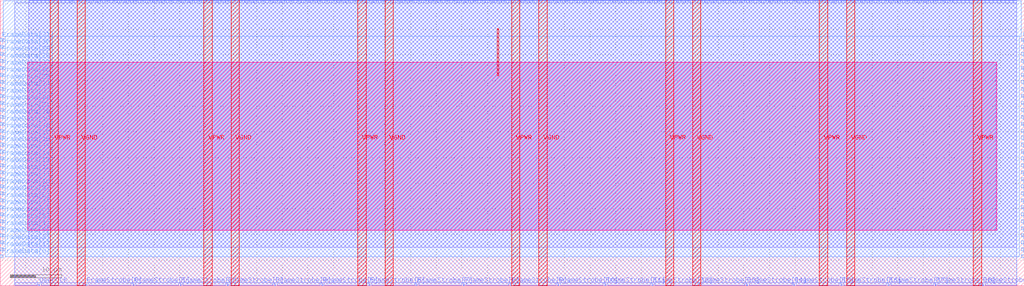
<source format=lef>
VERSION 5.7 ;
  NOWIREEXTENSIONATPIN ON ;
  DIVIDERCHAR "/" ;
  BUSBITCHARS "[]" ;
MACRO S_term_DSP
  CLASS BLOCK ;
  FOREIGN S_term_DSP ;
  ORIGIN 0.000 0.000 ;
  SIZE 199.640 BY 55.760 ;
  PIN FrameData[0]
    DIRECTION INPUT ;
    USE SIGNAL ;
    ANTENNAGATEAREA 0.196500 ;
    PORT
      LAYER met3 ;
        RECT 0.000 5.480 0.600 6.080 ;
    END
  END FrameData[0]
  PIN FrameData[10]
    DIRECTION INPUT ;
    USE SIGNAL ;
    ANTENNAGATEAREA 0.631200 ;
    ANTENNADIFFAREA 0.434700 ;
    PORT
      LAYER met3 ;
        RECT 0.000 19.080 0.600 19.680 ;
    END
  END FrameData[10]
  PIN FrameData[11]
    DIRECTION INPUT ;
    USE SIGNAL ;
    ANTENNAGATEAREA 0.631200 ;
    ANTENNADIFFAREA 0.434700 ;
    PORT
      LAYER met3 ;
        RECT 0.000 20.440 0.600 21.040 ;
    END
  END FrameData[11]
  PIN FrameData[12]
    DIRECTION INPUT ;
    USE SIGNAL ;
    ANTENNAGATEAREA 0.631200 ;
    ANTENNADIFFAREA 0.434700 ;
    PORT
      LAYER met3 ;
        RECT 0.000 21.800 0.600 22.400 ;
    END
  END FrameData[12]
  PIN FrameData[13]
    DIRECTION INPUT ;
    USE SIGNAL ;
    ANTENNAGATEAREA 0.631200 ;
    ANTENNADIFFAREA 0.434700 ;
    PORT
      LAYER met3 ;
        RECT 0.000 23.160 0.600 23.760 ;
    END
  END FrameData[13]
  PIN FrameData[14]
    DIRECTION INPUT ;
    USE SIGNAL ;
    ANTENNAGATEAREA 0.631200 ;
    ANTENNADIFFAREA 0.434700 ;
    PORT
      LAYER met3 ;
        RECT 0.000 24.520 0.600 25.120 ;
    END
  END FrameData[14]
  PIN FrameData[15]
    DIRECTION INPUT ;
    USE SIGNAL ;
    ANTENNAGATEAREA 0.631200 ;
    ANTENNADIFFAREA 0.434700 ;
    PORT
      LAYER met3 ;
        RECT 0.000 25.880 0.600 26.480 ;
    END
  END FrameData[15]
  PIN FrameData[16]
    DIRECTION INPUT ;
    USE SIGNAL ;
    ANTENNAGATEAREA 0.631200 ;
    ANTENNADIFFAREA 0.434700 ;
    PORT
      LAYER met3 ;
        RECT 0.000 27.240 0.600 27.840 ;
    END
  END FrameData[16]
  PIN FrameData[17]
    DIRECTION INPUT ;
    USE SIGNAL ;
    ANTENNAGATEAREA 0.196500 ;
    PORT
      LAYER met3 ;
        RECT 0.000 28.600 0.600 29.200 ;
    END
  END FrameData[17]
  PIN FrameData[18]
    DIRECTION INPUT ;
    USE SIGNAL ;
    ANTENNAGATEAREA 0.631200 ;
    ANTENNADIFFAREA 0.434700 ;
    PORT
      LAYER met3 ;
        RECT 0.000 29.960 0.600 30.560 ;
    END
  END FrameData[18]
  PIN FrameData[19]
    DIRECTION INPUT ;
    USE SIGNAL ;
    ANTENNAGATEAREA 0.631200 ;
    ANTENNADIFFAREA 0.434700 ;
    PORT
      LAYER met3 ;
        RECT 0.000 31.320 0.600 31.920 ;
    END
  END FrameData[19]
  PIN FrameData[1]
    DIRECTION INPUT ;
    USE SIGNAL ;
    ANTENNAGATEAREA 0.631200 ;
    ANTENNADIFFAREA 0.434700 ;
    PORT
      LAYER met3 ;
        RECT 0.000 6.840 0.600 7.440 ;
    END
  END FrameData[1]
  PIN FrameData[20]
    DIRECTION INPUT ;
    USE SIGNAL ;
    ANTENNAGATEAREA 0.196500 ;
    PORT
      LAYER met3 ;
        RECT 0.000 32.680 0.600 33.280 ;
    END
  END FrameData[20]
  PIN FrameData[21]
    DIRECTION INPUT ;
    USE SIGNAL ;
    ANTENNAGATEAREA 0.631200 ;
    ANTENNADIFFAREA 0.434700 ;
    PORT
      LAYER met3 ;
        RECT 0.000 34.040 0.600 34.640 ;
    END
  END FrameData[21]
  PIN FrameData[22]
    DIRECTION INPUT ;
    USE SIGNAL ;
    ANTENNAGATEAREA 0.631200 ;
    ANTENNADIFFAREA 0.434700 ;
    PORT
      LAYER met3 ;
        RECT 0.000 35.400 0.600 36.000 ;
    END
  END FrameData[22]
  PIN FrameData[23]
    DIRECTION INPUT ;
    USE SIGNAL ;
    ANTENNAGATEAREA 0.631200 ;
    ANTENNADIFFAREA 0.434700 ;
    PORT
      LAYER met3 ;
        RECT 0.000 36.760 0.600 37.360 ;
    END
  END FrameData[23]
  PIN FrameData[24]
    DIRECTION INPUT ;
    USE SIGNAL ;
    ANTENNAGATEAREA 0.631200 ;
    ANTENNADIFFAREA 0.434700 ;
    PORT
      LAYER met3 ;
        RECT 0.000 38.120 0.600 38.720 ;
    END
  END FrameData[24]
  PIN FrameData[25]
    DIRECTION INPUT ;
    USE SIGNAL ;
    ANTENNAGATEAREA 0.196500 ;
    PORT
      LAYER met3 ;
        RECT 0.000 39.480 0.600 40.080 ;
    END
  END FrameData[25]
  PIN FrameData[26]
    DIRECTION INPUT ;
    USE SIGNAL ;
    ANTENNAGATEAREA 0.631200 ;
    ANTENNADIFFAREA 0.434700 ;
    PORT
      LAYER met3 ;
        RECT 0.000 40.840 0.600 41.440 ;
    END
  END FrameData[26]
  PIN FrameData[27]
    DIRECTION INPUT ;
    USE SIGNAL ;
    ANTENNAGATEAREA 0.196500 ;
    PORT
      LAYER met3 ;
        RECT 0.000 42.200 0.600 42.800 ;
    END
  END FrameData[27]
  PIN FrameData[28]
    DIRECTION INPUT ;
    USE SIGNAL ;
    ANTENNAGATEAREA 0.631200 ;
    ANTENNADIFFAREA 0.434700 ;
    PORT
      LAYER met3 ;
        RECT 0.000 43.560 0.600 44.160 ;
    END
  END FrameData[28]
  PIN FrameData[29]
    DIRECTION INPUT ;
    USE SIGNAL ;
    ANTENNAGATEAREA 0.196500 ;
    PORT
      LAYER met3 ;
        RECT 0.000 44.920 0.600 45.520 ;
    END
  END FrameData[29]
  PIN FrameData[2]
    DIRECTION INPUT ;
    USE SIGNAL ;
    ANTENNAGATEAREA 0.631200 ;
    ANTENNADIFFAREA 0.434700 ;
    PORT
      LAYER met3 ;
        RECT 0.000 8.200 0.600 8.800 ;
    END
  END FrameData[2]
  PIN FrameData[30]
    DIRECTION INPUT ;
    USE SIGNAL ;
    ANTENNAGATEAREA 0.631200 ;
    ANTENNADIFFAREA 0.434700 ;
    PORT
      LAYER met3 ;
        RECT 0.000 46.280 0.600 46.880 ;
    END
  END FrameData[30]
  PIN FrameData[31]
    DIRECTION INPUT ;
    USE SIGNAL ;
    ANTENNAGATEAREA 0.631200 ;
    ANTENNADIFFAREA 0.434700 ;
    PORT
      LAYER met3 ;
        RECT 0.000 47.640 0.600 48.240 ;
    END
  END FrameData[31]
  PIN FrameData[3]
    DIRECTION INPUT ;
    USE SIGNAL ;
    ANTENNAGATEAREA 0.631200 ;
    ANTENNADIFFAREA 0.434700 ;
    PORT
      LAYER met3 ;
        RECT 0.000 9.560 0.600 10.160 ;
    END
  END FrameData[3]
  PIN FrameData[4]
    DIRECTION INPUT ;
    USE SIGNAL ;
    ANTENNAGATEAREA 0.631200 ;
    ANTENNADIFFAREA 0.434700 ;
    PORT
      LAYER met3 ;
        RECT 0.000 10.920 0.600 11.520 ;
    END
  END FrameData[4]
  PIN FrameData[5]
    DIRECTION INPUT ;
    USE SIGNAL ;
    ANTENNAGATEAREA 0.631200 ;
    ANTENNADIFFAREA 0.434700 ;
    PORT
      LAYER met3 ;
        RECT 0.000 12.280 0.600 12.880 ;
    END
  END FrameData[5]
  PIN FrameData[6]
    DIRECTION INPUT ;
    USE SIGNAL ;
    ANTENNAGATEAREA 0.631200 ;
    ANTENNADIFFAREA 0.434700 ;
    PORT
      LAYER met3 ;
        RECT 0.000 13.640 0.600 14.240 ;
    END
  END FrameData[6]
  PIN FrameData[7]
    DIRECTION INPUT ;
    USE SIGNAL ;
    ANTENNAGATEAREA 0.631200 ;
    ANTENNADIFFAREA 0.434700 ;
    PORT
      LAYER met3 ;
        RECT 0.000 15.000 0.600 15.600 ;
    END
  END FrameData[7]
  PIN FrameData[8]
    DIRECTION INPUT ;
    USE SIGNAL ;
    ANTENNAGATEAREA 0.631200 ;
    ANTENNADIFFAREA 0.434700 ;
    PORT
      LAYER met3 ;
        RECT 0.000 16.360 0.600 16.960 ;
    END
  END FrameData[8]
  PIN FrameData[9]
    DIRECTION INPUT ;
    USE SIGNAL ;
    ANTENNAGATEAREA 0.631200 ;
    ANTENNADIFFAREA 0.434700 ;
    PORT
      LAYER met3 ;
        RECT 0.000 17.720 0.600 18.320 ;
    END
  END FrameData[9]
  PIN FrameData_O[0]
    DIRECTION OUTPUT ;
    USE SIGNAL ;
    ANTENNADIFFAREA 0.445500 ;
    PORT
      LAYER met3 ;
        RECT 199.040 5.480 199.640 6.080 ;
    END
  END FrameData_O[0]
  PIN FrameData_O[10]
    DIRECTION OUTPUT ;
    USE SIGNAL ;
    ANTENNADIFFAREA 0.445500 ;
    PORT
      LAYER met3 ;
        RECT 199.040 19.080 199.640 19.680 ;
    END
  END FrameData_O[10]
  PIN FrameData_O[11]
    DIRECTION OUTPUT ;
    USE SIGNAL ;
    ANTENNADIFFAREA 0.445500 ;
    PORT
      LAYER met3 ;
        RECT 199.040 20.440 199.640 21.040 ;
    END
  END FrameData_O[11]
  PIN FrameData_O[12]
    DIRECTION OUTPUT ;
    USE SIGNAL ;
    ANTENNADIFFAREA 0.445500 ;
    PORT
      LAYER met3 ;
        RECT 199.040 21.800 199.640 22.400 ;
    END
  END FrameData_O[12]
  PIN FrameData_O[13]
    DIRECTION OUTPUT ;
    USE SIGNAL ;
    ANTENNADIFFAREA 0.445500 ;
    PORT
      LAYER met3 ;
        RECT 199.040 23.160 199.640 23.760 ;
    END
  END FrameData_O[13]
  PIN FrameData_O[14]
    DIRECTION OUTPUT ;
    USE SIGNAL ;
    ANTENNADIFFAREA 0.445500 ;
    PORT
      LAYER met3 ;
        RECT 199.040 24.520 199.640 25.120 ;
    END
  END FrameData_O[14]
  PIN FrameData_O[15]
    DIRECTION OUTPUT ;
    USE SIGNAL ;
    ANTENNADIFFAREA 0.445500 ;
    PORT
      LAYER met3 ;
        RECT 199.040 25.880 199.640 26.480 ;
    END
  END FrameData_O[15]
  PIN FrameData_O[16]
    DIRECTION OUTPUT ;
    USE SIGNAL ;
    ANTENNADIFFAREA 0.445500 ;
    PORT
      LAYER met3 ;
        RECT 199.040 27.240 199.640 27.840 ;
    END
  END FrameData_O[16]
  PIN FrameData_O[17]
    DIRECTION OUTPUT ;
    USE SIGNAL ;
    ANTENNADIFFAREA 0.445500 ;
    PORT
      LAYER met3 ;
        RECT 199.040 28.600 199.640 29.200 ;
    END
  END FrameData_O[17]
  PIN FrameData_O[18]
    DIRECTION OUTPUT ;
    USE SIGNAL ;
    ANTENNADIFFAREA 0.445500 ;
    PORT
      LAYER met3 ;
        RECT 199.040 29.960 199.640 30.560 ;
    END
  END FrameData_O[18]
  PIN FrameData_O[19]
    DIRECTION OUTPUT ;
    USE SIGNAL ;
    ANTENNADIFFAREA 0.445500 ;
    PORT
      LAYER met3 ;
        RECT 199.040 31.320 199.640 31.920 ;
    END
  END FrameData_O[19]
  PIN FrameData_O[1]
    DIRECTION OUTPUT ;
    USE SIGNAL ;
    ANTENNADIFFAREA 0.445500 ;
    PORT
      LAYER met3 ;
        RECT 199.040 6.840 199.640 7.440 ;
    END
  END FrameData_O[1]
  PIN FrameData_O[20]
    DIRECTION OUTPUT ;
    USE SIGNAL ;
    ANTENNADIFFAREA 0.445500 ;
    PORT
      LAYER met3 ;
        RECT 199.040 32.680 199.640 33.280 ;
    END
  END FrameData_O[20]
  PIN FrameData_O[21]
    DIRECTION OUTPUT ;
    USE SIGNAL ;
    ANTENNADIFFAREA 0.445500 ;
    PORT
      LAYER met3 ;
        RECT 199.040 34.040 199.640 34.640 ;
    END
  END FrameData_O[21]
  PIN FrameData_O[22]
    DIRECTION OUTPUT ;
    USE SIGNAL ;
    ANTENNADIFFAREA 0.445500 ;
    PORT
      LAYER met3 ;
        RECT 199.040 35.400 199.640 36.000 ;
    END
  END FrameData_O[22]
  PIN FrameData_O[23]
    DIRECTION OUTPUT ;
    USE SIGNAL ;
    ANTENNADIFFAREA 0.445500 ;
    PORT
      LAYER met3 ;
        RECT 199.040 36.760 199.640 37.360 ;
    END
  END FrameData_O[23]
  PIN FrameData_O[24]
    DIRECTION OUTPUT ;
    USE SIGNAL ;
    ANTENNADIFFAREA 0.445500 ;
    PORT
      LAYER met3 ;
        RECT 199.040 38.120 199.640 38.720 ;
    END
  END FrameData_O[24]
  PIN FrameData_O[25]
    DIRECTION OUTPUT ;
    USE SIGNAL ;
    ANTENNADIFFAREA 0.445500 ;
    PORT
      LAYER met3 ;
        RECT 199.040 39.480 199.640 40.080 ;
    END
  END FrameData_O[25]
  PIN FrameData_O[26]
    DIRECTION OUTPUT ;
    USE SIGNAL ;
    ANTENNADIFFAREA 0.445500 ;
    PORT
      LAYER met3 ;
        RECT 199.040 40.840 199.640 41.440 ;
    END
  END FrameData_O[26]
  PIN FrameData_O[27]
    DIRECTION OUTPUT ;
    USE SIGNAL ;
    ANTENNADIFFAREA 0.445500 ;
    PORT
      LAYER met3 ;
        RECT 199.040 42.200 199.640 42.800 ;
    END
  END FrameData_O[27]
  PIN FrameData_O[28]
    DIRECTION OUTPUT ;
    USE SIGNAL ;
    ANTENNADIFFAREA 0.445500 ;
    PORT
      LAYER met3 ;
        RECT 199.040 43.560 199.640 44.160 ;
    END
  END FrameData_O[28]
  PIN FrameData_O[29]
    DIRECTION OUTPUT ;
    USE SIGNAL ;
    ANTENNADIFFAREA 0.445500 ;
    PORT
      LAYER met3 ;
        RECT 199.040 44.920 199.640 45.520 ;
    END
  END FrameData_O[29]
  PIN FrameData_O[2]
    DIRECTION OUTPUT ;
    USE SIGNAL ;
    ANTENNADIFFAREA 0.445500 ;
    PORT
      LAYER met3 ;
        RECT 199.040 8.200 199.640 8.800 ;
    END
  END FrameData_O[2]
  PIN FrameData_O[30]
    DIRECTION OUTPUT ;
    USE SIGNAL ;
    ANTENNADIFFAREA 0.445500 ;
    PORT
      LAYER met3 ;
        RECT 199.040 46.280 199.640 46.880 ;
    END
  END FrameData_O[30]
  PIN FrameData_O[31]
    DIRECTION OUTPUT ;
    USE SIGNAL ;
    ANTENNADIFFAREA 0.445500 ;
    PORT
      LAYER met3 ;
        RECT 199.040 47.640 199.640 48.240 ;
    END
  END FrameData_O[31]
  PIN FrameData_O[3]
    DIRECTION OUTPUT ;
    USE SIGNAL ;
    ANTENNADIFFAREA 0.445500 ;
    PORT
      LAYER met3 ;
        RECT 199.040 9.560 199.640 10.160 ;
    END
  END FrameData_O[3]
  PIN FrameData_O[4]
    DIRECTION OUTPUT ;
    USE SIGNAL ;
    ANTENNADIFFAREA 0.445500 ;
    PORT
      LAYER met3 ;
        RECT 199.040 10.920 199.640 11.520 ;
    END
  END FrameData_O[4]
  PIN FrameData_O[5]
    DIRECTION OUTPUT ;
    USE SIGNAL ;
    ANTENNADIFFAREA 0.445500 ;
    PORT
      LAYER met3 ;
        RECT 199.040 12.280 199.640 12.880 ;
    END
  END FrameData_O[5]
  PIN FrameData_O[6]
    DIRECTION OUTPUT ;
    USE SIGNAL ;
    ANTENNADIFFAREA 0.445500 ;
    PORT
      LAYER met3 ;
        RECT 199.040 13.640 199.640 14.240 ;
    END
  END FrameData_O[6]
  PIN FrameData_O[7]
    DIRECTION OUTPUT ;
    USE SIGNAL ;
    ANTENNADIFFAREA 0.445500 ;
    PORT
      LAYER met3 ;
        RECT 199.040 15.000 199.640 15.600 ;
    END
  END FrameData_O[7]
  PIN FrameData_O[8]
    DIRECTION OUTPUT ;
    USE SIGNAL ;
    ANTENNADIFFAREA 0.445500 ;
    PORT
      LAYER met3 ;
        RECT 199.040 16.360 199.640 16.960 ;
    END
  END FrameData_O[8]
  PIN FrameData_O[9]
    DIRECTION OUTPUT ;
    USE SIGNAL ;
    ANTENNADIFFAREA 0.445500 ;
    PORT
      LAYER met3 ;
        RECT 199.040 17.720 199.640 18.320 ;
    END
  END FrameData_O[9]
  PIN FrameStrobe[0]
    DIRECTION INPUT ;
    USE SIGNAL ;
    ANTENNAGATEAREA 0.196500 ;
    PORT
      LAYER met2 ;
        RECT 16.650 0.000 16.930 0.280 ;
    END
  END FrameStrobe[0]
  PIN FrameStrobe[10]
    DIRECTION INPUT ;
    USE SIGNAL ;
    ANTENNAGATEAREA 0.196500 ;
    PORT
      LAYER met2 ;
        RECT 108.650 0.000 108.930 0.280 ;
    END
  END FrameStrobe[10]
  PIN FrameStrobe[11]
    DIRECTION INPUT ;
    USE SIGNAL ;
    ANTENNAGATEAREA 0.196500 ;
    PORT
      LAYER met2 ;
        RECT 117.850 0.000 118.130 0.280 ;
    END
  END FrameStrobe[11]
  PIN FrameStrobe[12]
    DIRECTION INPUT ;
    USE SIGNAL ;
    ANTENNAGATEAREA 0.196500 ;
    PORT
      LAYER met2 ;
        RECT 127.050 0.000 127.330 0.280 ;
    END
  END FrameStrobe[12]
  PIN FrameStrobe[13]
    DIRECTION INPUT ;
    USE SIGNAL ;
    ANTENNAGATEAREA 0.196500 ;
    PORT
      LAYER met2 ;
        RECT 136.250 0.000 136.530 0.280 ;
    END
  END FrameStrobe[13]
  PIN FrameStrobe[14]
    DIRECTION INPUT ;
    USE SIGNAL ;
    ANTENNAGATEAREA 0.196500 ;
    PORT
      LAYER met2 ;
        RECT 145.450 0.000 145.730 0.280 ;
    END
  END FrameStrobe[14]
  PIN FrameStrobe[15]
    DIRECTION INPUT ;
    USE SIGNAL ;
    ANTENNAGATEAREA 0.196500 ;
    PORT
      LAYER met2 ;
        RECT 154.650 0.000 154.930 0.280 ;
    END
  END FrameStrobe[15]
  PIN FrameStrobe[16]
    DIRECTION INPUT ;
    USE SIGNAL ;
    ANTENNAGATEAREA 0.196500 ;
    PORT
      LAYER met2 ;
        RECT 163.850 0.000 164.130 0.280 ;
    END
  END FrameStrobe[16]
  PIN FrameStrobe[17]
    DIRECTION INPUT ;
    USE SIGNAL ;
    ANTENNAGATEAREA 0.196500 ;
    PORT
      LAYER met2 ;
        RECT 173.050 0.000 173.330 0.280 ;
    END
  END FrameStrobe[17]
  PIN FrameStrobe[18]
    DIRECTION INPUT ;
    USE SIGNAL ;
    ANTENNAGATEAREA 0.196500 ;
    PORT
      LAYER met2 ;
        RECT 182.250 0.000 182.530 0.280 ;
    END
  END FrameStrobe[18]
  PIN FrameStrobe[19]
    DIRECTION INPUT ;
    USE SIGNAL ;
    ANTENNAGATEAREA 0.196500 ;
    PORT
      LAYER met2 ;
        RECT 191.450 0.000 191.730 0.280 ;
    END
  END FrameStrobe[19]
  PIN FrameStrobe[1]
    DIRECTION INPUT ;
    USE SIGNAL ;
    ANTENNAGATEAREA 0.196500 ;
    PORT
      LAYER met2 ;
        RECT 25.850 0.000 26.130 0.280 ;
    END
  END FrameStrobe[1]
  PIN FrameStrobe[2]
    DIRECTION INPUT ;
    USE SIGNAL ;
    ANTENNAGATEAREA 0.196500 ;
    PORT
      LAYER met2 ;
        RECT 35.050 0.000 35.330 0.280 ;
    END
  END FrameStrobe[2]
  PIN FrameStrobe[3]
    DIRECTION INPUT ;
    USE SIGNAL ;
    ANTENNAGATEAREA 0.196500 ;
    PORT
      LAYER met2 ;
        RECT 44.250 0.000 44.530 0.280 ;
    END
  END FrameStrobe[3]
  PIN FrameStrobe[4]
    DIRECTION INPUT ;
    USE SIGNAL ;
    ANTENNAGATEAREA 0.631200 ;
    ANTENNADIFFAREA 0.434700 ;
    PORT
      LAYER met2 ;
        RECT 53.450 0.000 53.730 0.280 ;
    END
  END FrameStrobe[4]
  PIN FrameStrobe[5]
    DIRECTION INPUT ;
    USE SIGNAL ;
    ANTENNAGATEAREA 0.631200 ;
    ANTENNADIFFAREA 0.434700 ;
    PORT
      LAYER met2 ;
        RECT 62.650 0.000 62.930 0.280 ;
    END
  END FrameStrobe[5]
  PIN FrameStrobe[6]
    DIRECTION INPUT ;
    USE SIGNAL ;
    ANTENNAGATEAREA 0.196500 ;
    PORT
      LAYER met2 ;
        RECT 71.850 0.000 72.130 0.280 ;
    END
  END FrameStrobe[6]
  PIN FrameStrobe[7]
    DIRECTION INPUT ;
    USE SIGNAL ;
    ANTENNAGATEAREA 0.196500 ;
    PORT
      LAYER met2 ;
        RECT 81.050 0.000 81.330 0.280 ;
    END
  END FrameStrobe[7]
  PIN FrameStrobe[8]
    DIRECTION INPUT ;
    USE SIGNAL ;
    ANTENNAGATEAREA 0.196500 ;
    PORT
      LAYER met2 ;
        RECT 90.250 0.000 90.530 0.280 ;
    END
  END FrameStrobe[8]
  PIN FrameStrobe[9]
    DIRECTION INPUT ;
    USE SIGNAL ;
    ANTENNAGATEAREA 0.196500 ;
    PORT
      LAYER met2 ;
        RECT 99.450 0.000 99.730 0.280 ;
    END
  END FrameStrobe[9]
  PIN FrameStrobe_O[0]
    DIRECTION OUTPUT ;
    USE SIGNAL ;
    ANTENNADIFFAREA 0.445500 ;
    PORT
      LAYER met2 ;
        RECT 158.790 55.480 159.070 55.760 ;
    END
  END FrameStrobe_O[0]
  PIN FrameStrobe_O[10]
    DIRECTION OUTPUT ;
    USE SIGNAL ;
    ANTENNADIFFAREA 0.445500 ;
    PORT
      LAYER met2 ;
        RECT 172.590 55.480 172.870 55.760 ;
    END
  END FrameStrobe_O[10]
  PIN FrameStrobe_O[11]
    DIRECTION OUTPUT ;
    USE SIGNAL ;
    ANTENNADIFFAREA 0.445500 ;
    PORT
      LAYER met2 ;
        RECT 173.970 55.480 174.250 55.760 ;
    END
  END FrameStrobe_O[11]
  PIN FrameStrobe_O[12]
    DIRECTION OUTPUT ;
    USE SIGNAL ;
    ANTENNADIFFAREA 0.445500 ;
    PORT
      LAYER met2 ;
        RECT 175.350 55.480 175.630 55.760 ;
    END
  END FrameStrobe_O[12]
  PIN FrameStrobe_O[13]
    DIRECTION OUTPUT ;
    USE SIGNAL ;
    ANTENNADIFFAREA 0.445500 ;
    PORT
      LAYER met2 ;
        RECT 176.730 55.480 177.010 55.760 ;
    END
  END FrameStrobe_O[13]
  PIN FrameStrobe_O[14]
    DIRECTION OUTPUT ;
    USE SIGNAL ;
    ANTENNADIFFAREA 0.445500 ;
    PORT
      LAYER met2 ;
        RECT 178.110 55.480 178.390 55.760 ;
    END
  END FrameStrobe_O[14]
  PIN FrameStrobe_O[15]
    DIRECTION OUTPUT ;
    USE SIGNAL ;
    ANTENNADIFFAREA 0.445500 ;
    PORT
      LAYER met2 ;
        RECT 179.490 55.480 179.770 55.760 ;
    END
  END FrameStrobe_O[15]
  PIN FrameStrobe_O[16]
    DIRECTION OUTPUT ;
    USE SIGNAL ;
    ANTENNADIFFAREA 0.445500 ;
    PORT
      LAYER met2 ;
        RECT 180.870 55.480 181.150 55.760 ;
    END
  END FrameStrobe_O[16]
  PIN FrameStrobe_O[17]
    DIRECTION OUTPUT ;
    USE SIGNAL ;
    ANTENNADIFFAREA 0.445500 ;
    PORT
      LAYER met2 ;
        RECT 182.250 55.480 182.530 55.760 ;
    END
  END FrameStrobe_O[17]
  PIN FrameStrobe_O[18]
    DIRECTION OUTPUT ;
    USE SIGNAL ;
    ANTENNADIFFAREA 0.445500 ;
    PORT
      LAYER met2 ;
        RECT 183.630 55.480 183.910 55.760 ;
    END
  END FrameStrobe_O[18]
  PIN FrameStrobe_O[19]
    DIRECTION OUTPUT ;
    USE SIGNAL ;
    ANTENNADIFFAREA 0.445500 ;
    PORT
      LAYER met2 ;
        RECT 185.010 55.480 185.290 55.760 ;
    END
  END FrameStrobe_O[19]
  PIN FrameStrobe_O[1]
    DIRECTION OUTPUT ;
    USE SIGNAL ;
    ANTENNADIFFAREA 0.445500 ;
    PORT
      LAYER met2 ;
        RECT 160.170 55.480 160.450 55.760 ;
    END
  END FrameStrobe_O[1]
  PIN FrameStrobe_O[2]
    DIRECTION OUTPUT ;
    USE SIGNAL ;
    ANTENNADIFFAREA 0.445500 ;
    PORT
      LAYER met2 ;
        RECT 161.550 55.480 161.830 55.760 ;
    END
  END FrameStrobe_O[2]
  PIN FrameStrobe_O[3]
    DIRECTION OUTPUT ;
    USE SIGNAL ;
    ANTENNADIFFAREA 0.445500 ;
    PORT
      LAYER met2 ;
        RECT 162.930 55.480 163.210 55.760 ;
    END
  END FrameStrobe_O[3]
  PIN FrameStrobe_O[4]
    DIRECTION OUTPUT ;
    USE SIGNAL ;
    ANTENNADIFFAREA 0.445500 ;
    PORT
      LAYER met2 ;
        RECT 164.310 55.480 164.590 55.760 ;
    END
  END FrameStrobe_O[4]
  PIN FrameStrobe_O[5]
    DIRECTION OUTPUT ;
    USE SIGNAL ;
    ANTENNADIFFAREA 0.445500 ;
    PORT
      LAYER met2 ;
        RECT 165.690 55.480 165.970 55.760 ;
    END
  END FrameStrobe_O[5]
  PIN FrameStrobe_O[6]
    DIRECTION OUTPUT ;
    USE SIGNAL ;
    ANTENNADIFFAREA 0.445500 ;
    PORT
      LAYER met2 ;
        RECT 167.070 55.480 167.350 55.760 ;
    END
  END FrameStrobe_O[6]
  PIN FrameStrobe_O[7]
    DIRECTION OUTPUT ;
    USE SIGNAL ;
    ANTENNADIFFAREA 0.445500 ;
    PORT
      LAYER met2 ;
        RECT 168.450 55.480 168.730 55.760 ;
    END
  END FrameStrobe_O[7]
  PIN FrameStrobe_O[8]
    DIRECTION OUTPUT ;
    USE SIGNAL ;
    ANTENNADIFFAREA 0.445500 ;
    PORT
      LAYER met2 ;
        RECT 169.830 55.480 170.110 55.760 ;
    END
  END FrameStrobe_O[8]
  PIN FrameStrobe_O[9]
    DIRECTION OUTPUT ;
    USE SIGNAL ;
    ANTENNADIFFAREA 0.445500 ;
    PORT
      LAYER met2 ;
        RECT 171.210 55.480 171.490 55.760 ;
    END
  END FrameStrobe_O[9]
  PIN N1BEG[0]
    DIRECTION OUTPUT ;
    USE SIGNAL ;
    ANTENNADIFFAREA 0.445500 ;
    PORT
      LAYER met2 ;
        RECT 13.890 55.480 14.170 55.760 ;
    END
  END N1BEG[0]
  PIN N1BEG[1]
    DIRECTION OUTPUT ;
    USE SIGNAL ;
    ANTENNADIFFAREA 0.445500 ;
    PORT
      LAYER met2 ;
        RECT 15.270 55.480 15.550 55.760 ;
    END
  END N1BEG[1]
  PIN N1BEG[2]
    DIRECTION OUTPUT ;
    USE SIGNAL ;
    ANTENNADIFFAREA 0.445500 ;
    PORT
      LAYER met2 ;
        RECT 16.650 55.480 16.930 55.760 ;
    END
  END N1BEG[2]
  PIN N1BEG[3]
    DIRECTION OUTPUT ;
    USE SIGNAL ;
    ANTENNADIFFAREA 0.445500 ;
    PORT
      LAYER met2 ;
        RECT 18.030 55.480 18.310 55.760 ;
    END
  END N1BEG[3]
  PIN N2BEG[0]
    DIRECTION OUTPUT ;
    USE SIGNAL ;
    ANTENNADIFFAREA 0.445500 ;
    PORT
      LAYER met2 ;
        RECT 19.410 55.480 19.690 55.760 ;
    END
  END N2BEG[0]
  PIN N2BEG[1]
    DIRECTION OUTPUT ;
    USE SIGNAL ;
    ANTENNADIFFAREA 0.445500 ;
    PORT
      LAYER met2 ;
        RECT 20.790 55.480 21.070 55.760 ;
    END
  END N2BEG[1]
  PIN N2BEG[2]
    DIRECTION OUTPUT ;
    USE SIGNAL ;
    ANTENNADIFFAREA 0.445500 ;
    PORT
      LAYER met2 ;
        RECT 22.170 55.480 22.450 55.760 ;
    END
  END N2BEG[2]
  PIN N2BEG[3]
    DIRECTION OUTPUT ;
    USE SIGNAL ;
    ANTENNADIFFAREA 0.445500 ;
    PORT
      LAYER met2 ;
        RECT 23.550 55.480 23.830 55.760 ;
    END
  END N2BEG[3]
  PIN N2BEG[4]
    DIRECTION OUTPUT ;
    USE SIGNAL ;
    ANTENNADIFFAREA 0.445500 ;
    PORT
      LAYER met2 ;
        RECT 24.930 55.480 25.210 55.760 ;
    END
  END N2BEG[4]
  PIN N2BEG[5]
    DIRECTION OUTPUT ;
    USE SIGNAL ;
    ANTENNADIFFAREA 0.445500 ;
    PORT
      LAYER met2 ;
        RECT 26.310 55.480 26.590 55.760 ;
    END
  END N2BEG[5]
  PIN N2BEG[6]
    DIRECTION OUTPUT ;
    USE SIGNAL ;
    ANTENNADIFFAREA 0.445500 ;
    PORT
      LAYER met2 ;
        RECT 27.690 55.480 27.970 55.760 ;
    END
  END N2BEG[6]
  PIN N2BEG[7]
    DIRECTION OUTPUT ;
    USE SIGNAL ;
    ANTENNADIFFAREA 0.445500 ;
    PORT
      LAYER met2 ;
        RECT 29.070 55.480 29.350 55.760 ;
    END
  END N2BEG[7]
  PIN N2BEGb[0]
    DIRECTION OUTPUT ;
    USE SIGNAL ;
    ANTENNADIFFAREA 0.445500 ;
    PORT
      LAYER met2 ;
        RECT 30.450 55.480 30.730 55.760 ;
    END
  END N2BEGb[0]
  PIN N2BEGb[1]
    DIRECTION OUTPUT ;
    USE SIGNAL ;
    ANTENNADIFFAREA 0.445500 ;
    PORT
      LAYER met2 ;
        RECT 31.830 55.480 32.110 55.760 ;
    END
  END N2BEGb[1]
  PIN N2BEGb[2]
    DIRECTION OUTPUT ;
    USE SIGNAL ;
    ANTENNADIFFAREA 0.445500 ;
    PORT
      LAYER met2 ;
        RECT 33.210 55.480 33.490 55.760 ;
    END
  END N2BEGb[2]
  PIN N2BEGb[3]
    DIRECTION OUTPUT ;
    USE SIGNAL ;
    ANTENNADIFFAREA 0.445500 ;
    PORT
      LAYER met2 ;
        RECT 34.590 55.480 34.870 55.760 ;
    END
  END N2BEGb[3]
  PIN N2BEGb[4]
    DIRECTION OUTPUT ;
    USE SIGNAL ;
    ANTENNADIFFAREA 0.445500 ;
    PORT
      LAYER met2 ;
        RECT 35.970 55.480 36.250 55.760 ;
    END
  END N2BEGb[4]
  PIN N2BEGb[5]
    DIRECTION OUTPUT ;
    USE SIGNAL ;
    ANTENNADIFFAREA 0.445500 ;
    PORT
      LAYER met2 ;
        RECT 37.350 55.480 37.630 55.760 ;
    END
  END N2BEGb[5]
  PIN N2BEGb[6]
    DIRECTION OUTPUT ;
    USE SIGNAL ;
    ANTENNADIFFAREA 0.445500 ;
    PORT
      LAYER met2 ;
        RECT 38.730 55.480 39.010 55.760 ;
    END
  END N2BEGb[6]
  PIN N2BEGb[7]
    DIRECTION OUTPUT ;
    USE SIGNAL ;
    ANTENNADIFFAREA 0.445500 ;
    PORT
      LAYER met2 ;
        RECT 40.110 55.480 40.390 55.760 ;
    END
  END N2BEGb[7]
  PIN N4BEG[0]
    DIRECTION OUTPUT ;
    USE SIGNAL ;
    ANTENNADIFFAREA 0.445500 ;
    PORT
      LAYER met2 ;
        RECT 41.490 55.480 41.770 55.760 ;
    END
  END N4BEG[0]
  PIN N4BEG[10]
    DIRECTION OUTPUT ;
    USE SIGNAL ;
    ANTENNADIFFAREA 0.445500 ;
    PORT
      LAYER met2 ;
        RECT 55.290 55.480 55.570 55.760 ;
    END
  END N4BEG[10]
  PIN N4BEG[11]
    DIRECTION OUTPUT ;
    USE SIGNAL ;
    ANTENNADIFFAREA 0.445500 ;
    PORT
      LAYER met2 ;
        RECT 56.670 55.480 56.950 55.760 ;
    END
  END N4BEG[11]
  PIN N4BEG[12]
    DIRECTION OUTPUT ;
    USE SIGNAL ;
    ANTENNADIFFAREA 0.445500 ;
    PORT
      LAYER met2 ;
        RECT 58.050 55.480 58.330 55.760 ;
    END
  END N4BEG[12]
  PIN N4BEG[13]
    DIRECTION OUTPUT ;
    USE SIGNAL ;
    ANTENNADIFFAREA 0.445500 ;
    PORT
      LAYER met2 ;
        RECT 59.430 55.480 59.710 55.760 ;
    END
  END N4BEG[13]
  PIN N4BEG[14]
    DIRECTION OUTPUT ;
    USE SIGNAL ;
    ANTENNADIFFAREA 0.445500 ;
    PORT
      LAYER met2 ;
        RECT 60.810 55.480 61.090 55.760 ;
    END
  END N4BEG[14]
  PIN N4BEG[15]
    DIRECTION OUTPUT ;
    USE SIGNAL ;
    ANTENNADIFFAREA 0.445500 ;
    PORT
      LAYER met2 ;
        RECT 62.190 55.480 62.470 55.760 ;
    END
  END N4BEG[15]
  PIN N4BEG[1]
    DIRECTION OUTPUT ;
    USE SIGNAL ;
    ANTENNADIFFAREA 0.445500 ;
    PORT
      LAYER met2 ;
        RECT 42.870 55.480 43.150 55.760 ;
    END
  END N4BEG[1]
  PIN N4BEG[2]
    DIRECTION OUTPUT ;
    USE SIGNAL ;
    ANTENNADIFFAREA 0.445500 ;
    PORT
      LAYER met2 ;
        RECT 44.250 55.480 44.530 55.760 ;
    END
  END N4BEG[2]
  PIN N4BEG[3]
    DIRECTION OUTPUT ;
    USE SIGNAL ;
    ANTENNADIFFAREA 0.445500 ;
    PORT
      LAYER met2 ;
        RECT 45.630 55.480 45.910 55.760 ;
    END
  END N4BEG[3]
  PIN N4BEG[4]
    DIRECTION OUTPUT ;
    USE SIGNAL ;
    ANTENNADIFFAREA 0.445500 ;
    PORT
      LAYER met2 ;
        RECT 47.010 55.480 47.290 55.760 ;
    END
  END N4BEG[4]
  PIN N4BEG[5]
    DIRECTION OUTPUT ;
    USE SIGNAL ;
    ANTENNADIFFAREA 0.445500 ;
    PORT
      LAYER met2 ;
        RECT 48.390 55.480 48.670 55.760 ;
    END
  END N4BEG[5]
  PIN N4BEG[6]
    DIRECTION OUTPUT ;
    USE SIGNAL ;
    ANTENNADIFFAREA 0.445500 ;
    PORT
      LAYER met2 ;
        RECT 49.770 55.480 50.050 55.760 ;
    END
  END N4BEG[6]
  PIN N4BEG[7]
    DIRECTION OUTPUT ;
    USE SIGNAL ;
    ANTENNADIFFAREA 0.445500 ;
    PORT
      LAYER met2 ;
        RECT 51.150 55.480 51.430 55.760 ;
    END
  END N4BEG[7]
  PIN N4BEG[8]
    DIRECTION OUTPUT ;
    USE SIGNAL ;
    ANTENNADIFFAREA 0.445500 ;
    PORT
      LAYER met2 ;
        RECT 52.530 55.480 52.810 55.760 ;
    END
  END N4BEG[8]
  PIN N4BEG[9]
    DIRECTION OUTPUT ;
    USE SIGNAL ;
    ANTENNADIFFAREA 0.445500 ;
    PORT
      LAYER met2 ;
        RECT 53.910 55.480 54.190 55.760 ;
    END
  END N4BEG[9]
  PIN NN4BEG[0]
    DIRECTION OUTPUT ;
    USE SIGNAL ;
    ANTENNADIFFAREA 0.445500 ;
    PORT
      LAYER met2 ;
        RECT 63.570 55.480 63.850 55.760 ;
    END
  END NN4BEG[0]
  PIN NN4BEG[10]
    DIRECTION OUTPUT ;
    USE SIGNAL ;
    ANTENNADIFFAREA 0.445500 ;
    PORT
      LAYER met2 ;
        RECT 77.370 55.480 77.650 55.760 ;
    END
  END NN4BEG[10]
  PIN NN4BEG[11]
    DIRECTION OUTPUT ;
    USE SIGNAL ;
    ANTENNADIFFAREA 0.445500 ;
    PORT
      LAYER met2 ;
        RECT 78.750 55.480 79.030 55.760 ;
    END
  END NN4BEG[11]
  PIN NN4BEG[12]
    DIRECTION OUTPUT ;
    USE SIGNAL ;
    ANTENNADIFFAREA 0.445500 ;
    PORT
      LAYER met2 ;
        RECT 80.130 55.480 80.410 55.760 ;
    END
  END NN4BEG[12]
  PIN NN4BEG[13]
    DIRECTION OUTPUT ;
    USE SIGNAL ;
    ANTENNADIFFAREA 0.445500 ;
    PORT
      LAYER met2 ;
        RECT 81.510 55.480 81.790 55.760 ;
    END
  END NN4BEG[13]
  PIN NN4BEG[14]
    DIRECTION OUTPUT ;
    USE SIGNAL ;
    ANTENNADIFFAREA 0.445500 ;
    PORT
      LAYER met2 ;
        RECT 82.890 55.480 83.170 55.760 ;
    END
  END NN4BEG[14]
  PIN NN4BEG[15]
    DIRECTION OUTPUT ;
    USE SIGNAL ;
    ANTENNADIFFAREA 0.445500 ;
    PORT
      LAYER met2 ;
        RECT 84.270 55.480 84.550 55.760 ;
    END
  END NN4BEG[15]
  PIN NN4BEG[1]
    DIRECTION OUTPUT ;
    USE SIGNAL ;
    ANTENNADIFFAREA 0.445500 ;
    PORT
      LAYER met2 ;
        RECT 64.950 55.480 65.230 55.760 ;
    END
  END NN4BEG[1]
  PIN NN4BEG[2]
    DIRECTION OUTPUT ;
    USE SIGNAL ;
    ANTENNADIFFAREA 0.445500 ;
    PORT
      LAYER met2 ;
        RECT 66.330 55.480 66.610 55.760 ;
    END
  END NN4BEG[2]
  PIN NN4BEG[3]
    DIRECTION OUTPUT ;
    USE SIGNAL ;
    ANTENNADIFFAREA 0.445500 ;
    PORT
      LAYER met2 ;
        RECT 67.710 55.480 67.990 55.760 ;
    END
  END NN4BEG[3]
  PIN NN4BEG[4]
    DIRECTION OUTPUT ;
    USE SIGNAL ;
    ANTENNADIFFAREA 0.445500 ;
    PORT
      LAYER met2 ;
        RECT 69.090 55.480 69.370 55.760 ;
    END
  END NN4BEG[4]
  PIN NN4BEG[5]
    DIRECTION OUTPUT ;
    USE SIGNAL ;
    ANTENNADIFFAREA 0.445500 ;
    PORT
      LAYER met2 ;
        RECT 70.470 55.480 70.750 55.760 ;
    END
  END NN4BEG[5]
  PIN NN4BEG[6]
    DIRECTION OUTPUT ;
    USE SIGNAL ;
    ANTENNADIFFAREA 0.445500 ;
    PORT
      LAYER met2 ;
        RECT 71.850 55.480 72.130 55.760 ;
    END
  END NN4BEG[6]
  PIN NN4BEG[7]
    DIRECTION OUTPUT ;
    USE SIGNAL ;
    ANTENNADIFFAREA 0.445500 ;
    PORT
      LAYER met2 ;
        RECT 73.230 55.480 73.510 55.760 ;
    END
  END NN4BEG[7]
  PIN NN4BEG[8]
    DIRECTION OUTPUT ;
    USE SIGNAL ;
    ANTENNADIFFAREA 0.445500 ;
    PORT
      LAYER met2 ;
        RECT 74.610 55.480 74.890 55.760 ;
    END
  END NN4BEG[8]
  PIN NN4BEG[9]
    DIRECTION OUTPUT ;
    USE SIGNAL ;
    ANTENNADIFFAREA 0.445500 ;
    PORT
      LAYER met2 ;
        RECT 75.990 55.480 76.270 55.760 ;
    END
  END NN4BEG[9]
  PIN S1END[0]
    DIRECTION INPUT ;
    USE SIGNAL ;
    ANTENNAGATEAREA 0.196500 ;
    PORT
      LAYER met2 ;
        RECT 85.650 55.480 85.930 55.760 ;
    END
  END S1END[0]
  PIN S1END[1]
    DIRECTION INPUT ;
    USE SIGNAL ;
    ANTENNAGATEAREA 0.196500 ;
    PORT
      LAYER met2 ;
        RECT 87.030 55.480 87.310 55.760 ;
    END
  END S1END[1]
  PIN S1END[2]
    DIRECTION INPUT ;
    USE SIGNAL ;
    ANTENNAGATEAREA 0.196500 ;
    PORT
      LAYER met2 ;
        RECT 88.410 55.480 88.690 55.760 ;
    END
  END S1END[2]
  PIN S1END[3]
    DIRECTION INPUT ;
    USE SIGNAL ;
    ANTENNAGATEAREA 0.196500 ;
    PORT
      LAYER met2 ;
        RECT 89.790 55.480 90.070 55.760 ;
    END
  END S1END[3]
  PIN S2END[0]
    DIRECTION INPUT ;
    USE SIGNAL ;
    ANTENNAGATEAREA 0.196500 ;
    PORT
      LAYER met2 ;
        RECT 102.210 55.480 102.490 55.760 ;
    END
  END S2END[0]
  PIN S2END[1]
    DIRECTION INPUT ;
    USE SIGNAL ;
    ANTENNAGATEAREA 0.631200 ;
    ANTENNADIFFAREA 0.434700 ;
    PORT
      LAYER met2 ;
        RECT 103.590 55.480 103.870 55.760 ;
    END
  END S2END[1]
  PIN S2END[2]
    DIRECTION INPUT ;
    USE SIGNAL ;
    ANTENNAGATEAREA 0.196500 ;
    PORT
      LAYER met2 ;
        RECT 104.970 55.480 105.250 55.760 ;
    END
  END S2END[2]
  PIN S2END[3]
    DIRECTION INPUT ;
    USE SIGNAL ;
    ANTENNAGATEAREA 0.196500 ;
    PORT
      LAYER met2 ;
        RECT 106.350 55.480 106.630 55.760 ;
    END
  END S2END[3]
  PIN S2END[4]
    DIRECTION INPUT ;
    USE SIGNAL ;
    ANTENNAGATEAREA 0.631200 ;
    ANTENNADIFFAREA 0.434700 ;
    PORT
      LAYER met2 ;
        RECT 107.730 55.480 108.010 55.760 ;
    END
  END S2END[4]
  PIN S2END[5]
    DIRECTION INPUT ;
    USE SIGNAL ;
    ANTENNAGATEAREA 0.196500 ;
    PORT
      LAYER met2 ;
        RECT 109.110 55.480 109.390 55.760 ;
    END
  END S2END[5]
  PIN S2END[6]
    DIRECTION INPUT ;
    USE SIGNAL ;
    ANTENNAGATEAREA 0.631200 ;
    ANTENNADIFFAREA 0.434700 ;
    PORT
      LAYER met2 ;
        RECT 110.490 55.480 110.770 55.760 ;
    END
  END S2END[6]
  PIN S2END[7]
    DIRECTION INPUT ;
    USE SIGNAL ;
    ANTENNAGATEAREA 0.196500 ;
    PORT
      LAYER met2 ;
        RECT 111.870 55.480 112.150 55.760 ;
    END
  END S2END[7]
  PIN S2MID[0]
    DIRECTION INPUT ;
    USE SIGNAL ;
    ANTENNAGATEAREA 0.196500 ;
    PORT
      LAYER met2 ;
        RECT 91.170 55.480 91.450 55.760 ;
    END
  END S2MID[0]
  PIN S2MID[1]
    DIRECTION INPUT ;
    USE SIGNAL ;
    ANTENNAGATEAREA 0.196500 ;
    PORT
      LAYER met2 ;
        RECT 92.550 55.480 92.830 55.760 ;
    END
  END S2MID[1]
  PIN S2MID[2]
    DIRECTION INPUT ;
    USE SIGNAL ;
    ANTENNAGATEAREA 0.196500 ;
    PORT
      LAYER met2 ;
        RECT 93.930 55.480 94.210 55.760 ;
    END
  END S2MID[2]
  PIN S2MID[3]
    DIRECTION INPUT ;
    USE SIGNAL ;
    ANTENNAGATEAREA 0.196500 ;
    PORT
      LAYER met2 ;
        RECT 95.310 55.480 95.590 55.760 ;
    END
  END S2MID[3]
  PIN S2MID[4]
    DIRECTION INPUT ;
    USE SIGNAL ;
    ANTENNAGATEAREA 0.196500 ;
    PORT
      LAYER met2 ;
        RECT 96.690 55.480 96.970 55.760 ;
    END
  END S2MID[4]
  PIN S2MID[5]
    DIRECTION INPUT ;
    USE SIGNAL ;
    ANTENNAGATEAREA 0.196500 ;
    PORT
      LAYER met2 ;
        RECT 98.070 55.480 98.350 55.760 ;
    END
  END S2MID[5]
  PIN S2MID[6]
    DIRECTION INPUT ;
    USE SIGNAL ;
    ANTENNAGATEAREA 0.196500 ;
    PORT
      LAYER met2 ;
        RECT 99.450 55.480 99.730 55.760 ;
    END
  END S2MID[6]
  PIN S2MID[7]
    DIRECTION INPUT ;
    USE SIGNAL ;
    ANTENNAGATEAREA 0.196500 ;
    PORT
      LAYER met2 ;
        RECT 100.830 55.480 101.110 55.760 ;
    END
  END S2MID[7]
  PIN S4END[0]
    DIRECTION INPUT ;
    USE SIGNAL ;
    ANTENNAGATEAREA 0.196500 ;
    PORT
      LAYER met2 ;
        RECT 113.250 55.480 113.530 55.760 ;
    END
  END S4END[0]
  PIN S4END[10]
    DIRECTION INPUT ;
    USE SIGNAL ;
    ANTENNAGATEAREA 0.196500 ;
    PORT
      LAYER met2 ;
        RECT 127.050 55.480 127.330 55.760 ;
    END
  END S4END[10]
  PIN S4END[11]
    DIRECTION INPUT ;
    USE SIGNAL ;
    ANTENNAGATEAREA 0.196500 ;
    PORT
      LAYER met2 ;
        RECT 128.430 55.480 128.710 55.760 ;
    END
  END S4END[11]
  PIN S4END[12]
    DIRECTION INPUT ;
    USE SIGNAL ;
    ANTENNAGATEAREA 0.196500 ;
    PORT
      LAYER met2 ;
        RECT 129.810 55.480 130.090 55.760 ;
    END
  END S4END[12]
  PIN S4END[13]
    DIRECTION INPUT ;
    USE SIGNAL ;
    ANTENNAGATEAREA 0.196500 ;
    PORT
      LAYER met2 ;
        RECT 131.190 55.480 131.470 55.760 ;
    END
  END S4END[13]
  PIN S4END[14]
    DIRECTION INPUT ;
    USE SIGNAL ;
    ANTENNAGATEAREA 0.196500 ;
    PORT
      LAYER met2 ;
        RECT 132.570 55.480 132.850 55.760 ;
    END
  END S4END[14]
  PIN S4END[15]
    DIRECTION INPUT ;
    USE SIGNAL ;
    ANTENNAGATEAREA 0.196500 ;
    PORT
      LAYER met2 ;
        RECT 133.950 55.480 134.230 55.760 ;
    END
  END S4END[15]
  PIN S4END[1]
    DIRECTION INPUT ;
    USE SIGNAL ;
    ANTENNAGATEAREA 0.196500 ;
    PORT
      LAYER met2 ;
        RECT 114.630 55.480 114.910 55.760 ;
    END
  END S4END[1]
  PIN S4END[2]
    DIRECTION INPUT ;
    USE SIGNAL ;
    ANTENNAGATEAREA 0.196500 ;
    PORT
      LAYER met2 ;
        RECT 116.010 55.480 116.290 55.760 ;
    END
  END S4END[2]
  PIN S4END[3]
    DIRECTION INPUT ;
    USE SIGNAL ;
    ANTENNAGATEAREA 0.196500 ;
    PORT
      LAYER met2 ;
        RECT 117.390 55.480 117.670 55.760 ;
    END
  END S4END[3]
  PIN S4END[4]
    DIRECTION INPUT ;
    USE SIGNAL ;
    ANTENNAGATEAREA 0.196500 ;
    PORT
      LAYER met2 ;
        RECT 118.770 55.480 119.050 55.760 ;
    END
  END S4END[4]
  PIN S4END[5]
    DIRECTION INPUT ;
    USE SIGNAL ;
    ANTENNAGATEAREA 0.631200 ;
    ANTENNADIFFAREA 0.434700 ;
    PORT
      LAYER met2 ;
        RECT 120.150 55.480 120.430 55.760 ;
    END
  END S4END[5]
  PIN S4END[6]
    DIRECTION INPUT ;
    USE SIGNAL ;
    ANTENNAGATEAREA 0.196500 ;
    PORT
      LAYER met2 ;
        RECT 121.530 55.480 121.810 55.760 ;
    END
  END S4END[6]
  PIN S4END[7]
    DIRECTION INPUT ;
    USE SIGNAL ;
    ANTENNAGATEAREA 0.196500 ;
    PORT
      LAYER met2 ;
        RECT 122.910 55.480 123.190 55.760 ;
    END
  END S4END[7]
  PIN S4END[8]
    DIRECTION INPUT ;
    USE SIGNAL ;
    ANTENNAGATEAREA 0.196500 ;
    PORT
      LAYER met2 ;
        RECT 124.290 55.480 124.570 55.760 ;
    END
  END S4END[8]
  PIN S4END[9]
    DIRECTION INPUT ;
    USE SIGNAL ;
    ANTENNAGATEAREA 0.196500 ;
    PORT
      LAYER met2 ;
        RECT 125.670 55.480 125.950 55.760 ;
    END
  END S4END[9]
  PIN SS4END[0]
    DIRECTION INPUT ;
    USE SIGNAL ;
    ANTENNAGATEAREA 0.196500 ;
    PORT
      LAYER met2 ;
        RECT 135.330 55.480 135.610 55.760 ;
    END
  END SS4END[0]
  PIN SS4END[10]
    DIRECTION INPUT ;
    USE SIGNAL ;
    ANTENNAGATEAREA 0.196500 ;
    PORT
      LAYER met2 ;
        RECT 149.130 55.480 149.410 55.760 ;
    END
  END SS4END[10]
  PIN SS4END[11]
    DIRECTION INPUT ;
    USE SIGNAL ;
    ANTENNAGATEAREA 0.196500 ;
    PORT
      LAYER met2 ;
        RECT 150.510 55.480 150.790 55.760 ;
    END
  END SS4END[11]
  PIN SS4END[12]
    DIRECTION INPUT ;
    USE SIGNAL ;
    ANTENNAGATEAREA 0.196500 ;
    PORT
      LAYER met2 ;
        RECT 151.890 55.480 152.170 55.760 ;
    END
  END SS4END[12]
  PIN SS4END[13]
    DIRECTION INPUT ;
    USE SIGNAL ;
    ANTENNAGATEAREA 0.196500 ;
    PORT
      LAYER met2 ;
        RECT 153.270 55.480 153.550 55.760 ;
    END
  END SS4END[13]
  PIN SS4END[14]
    DIRECTION INPUT ;
    USE SIGNAL ;
    ANTENNAGATEAREA 0.196500 ;
    PORT
      LAYER met2 ;
        RECT 154.650 55.480 154.930 55.760 ;
    END
  END SS4END[14]
  PIN SS4END[15]
    DIRECTION INPUT ;
    USE SIGNAL ;
    ANTENNAGATEAREA 0.196500 ;
    PORT
      LAYER met2 ;
        RECT 156.030 55.480 156.310 55.760 ;
    END
  END SS4END[15]
  PIN SS4END[1]
    DIRECTION INPUT ;
    USE SIGNAL ;
    ANTENNAGATEAREA 0.196500 ;
    PORT
      LAYER met2 ;
        RECT 136.710 55.480 136.990 55.760 ;
    END
  END SS4END[1]
  PIN SS4END[2]
    DIRECTION INPUT ;
    USE SIGNAL ;
    ANTENNAGATEAREA 0.196500 ;
    PORT
      LAYER met2 ;
        RECT 138.090 55.480 138.370 55.760 ;
    END
  END SS4END[2]
  PIN SS4END[3]
    DIRECTION INPUT ;
    USE SIGNAL ;
    ANTENNAGATEAREA 0.196500 ;
    PORT
      LAYER met2 ;
        RECT 139.470 55.480 139.750 55.760 ;
    END
  END SS4END[3]
  PIN SS4END[4]
    DIRECTION INPUT ;
    USE SIGNAL ;
    ANTENNAGATEAREA 0.196500 ;
    PORT
      LAYER met2 ;
        RECT 140.850 55.480 141.130 55.760 ;
    END
  END SS4END[4]
  PIN SS4END[5]
    DIRECTION INPUT ;
    USE SIGNAL ;
    ANTENNAGATEAREA 0.196500 ;
    PORT
      LAYER met2 ;
        RECT 142.230 55.480 142.510 55.760 ;
    END
  END SS4END[5]
  PIN SS4END[6]
    DIRECTION INPUT ;
    USE SIGNAL ;
    ANTENNAGATEAREA 0.196500 ;
    PORT
      LAYER met2 ;
        RECT 143.610 55.480 143.890 55.760 ;
    END
  END SS4END[6]
  PIN SS4END[7]
    DIRECTION INPUT ;
    USE SIGNAL ;
    ANTENNAGATEAREA 0.196500 ;
    PORT
      LAYER met2 ;
        RECT 144.990 55.480 145.270 55.760 ;
    END
  END SS4END[7]
  PIN SS4END[8]
    DIRECTION INPUT ;
    USE SIGNAL ;
    ANTENNAGATEAREA 0.196500 ;
    PORT
      LAYER met2 ;
        RECT 146.370 55.480 146.650 55.760 ;
    END
  END SS4END[8]
  PIN SS4END[9]
    DIRECTION INPUT ;
    USE SIGNAL ;
    ANTENNAGATEAREA 0.196500 ;
    PORT
      LAYER met2 ;
        RECT 147.750 55.480 148.030 55.760 ;
    END
  END SS4END[9]
  PIN UserCLK
    DIRECTION INPUT ;
    USE SIGNAL ;
    ANTENNAGATEAREA 0.159000 ;
    PORT
      LAYER met2 ;
        RECT 7.450 0.000 7.730 0.280 ;
    END
  END UserCLK
  PIN UserCLKo
    DIRECTION OUTPUT ;
    USE SIGNAL ;
    ANTENNADIFFAREA 0.340600 ;
    PORT
      LAYER met2 ;
        RECT 157.410 55.480 157.690 55.760 ;
    END
  END UserCLKo
  PIN VGND
    DIRECTION INOUT ;
    USE GROUND ;
    PORT
      LAYER met4 ;
        RECT 15.020 0.000 16.620 55.760 ;
    END
    PORT
      LAYER met4 ;
        RECT 45.020 0.000 46.620 55.760 ;
    END
    PORT
      LAYER met4 ;
        RECT 75.020 0.000 76.620 55.760 ;
    END
    PORT
      LAYER met4 ;
        RECT 105.020 0.000 106.620 55.760 ;
    END
    PORT
      LAYER met4 ;
        RECT 135.020 0.000 136.620 55.760 ;
    END
    PORT
      LAYER met4 ;
        RECT 165.020 0.000 166.620 55.760 ;
    END
  END VGND
  PIN VPWR
    DIRECTION INOUT ;
    USE POWER ;
    PORT
      LAYER met4 ;
        RECT 9.720 0.000 11.320 55.760 ;
    END
    PORT
      LAYER met4 ;
        RECT 39.720 0.000 41.320 55.760 ;
    END
    PORT
      LAYER met4 ;
        RECT 69.720 0.000 71.320 55.760 ;
    END
    PORT
      LAYER met4 ;
        RECT 99.720 0.000 101.320 55.760 ;
    END
    PORT
      LAYER met4 ;
        RECT 129.720 0.000 131.320 55.760 ;
    END
    PORT
      LAYER met4 ;
        RECT 159.720 0.000 161.320 55.760 ;
    END
    PORT
      LAYER met4 ;
        RECT 189.720 0.000 191.320 55.760 ;
    END
  END VPWR
  OBS
      LAYER nwell ;
        RECT 5.330 10.795 194.310 43.605 ;
      LAYER li1 ;
        RECT 5.520 10.795 194.120 43.605 ;
      LAYER met1 ;
        RECT 5.520 7.520 198.190 55.660 ;
      LAYER met2 ;
        RECT 2.850 55.200 13.610 55.605 ;
        RECT 14.450 55.200 14.990 55.605 ;
        RECT 15.830 55.200 16.370 55.605 ;
        RECT 17.210 55.200 17.750 55.605 ;
        RECT 18.590 55.200 19.130 55.605 ;
        RECT 19.970 55.200 20.510 55.605 ;
        RECT 21.350 55.200 21.890 55.605 ;
        RECT 22.730 55.200 23.270 55.605 ;
        RECT 24.110 55.200 24.650 55.605 ;
        RECT 25.490 55.200 26.030 55.605 ;
        RECT 26.870 55.200 27.410 55.605 ;
        RECT 28.250 55.200 28.790 55.605 ;
        RECT 29.630 55.200 30.170 55.605 ;
        RECT 31.010 55.200 31.550 55.605 ;
        RECT 32.390 55.200 32.930 55.605 ;
        RECT 33.770 55.200 34.310 55.605 ;
        RECT 35.150 55.200 35.690 55.605 ;
        RECT 36.530 55.200 37.070 55.605 ;
        RECT 37.910 55.200 38.450 55.605 ;
        RECT 39.290 55.200 39.830 55.605 ;
        RECT 40.670 55.200 41.210 55.605 ;
        RECT 42.050 55.200 42.590 55.605 ;
        RECT 43.430 55.200 43.970 55.605 ;
        RECT 44.810 55.200 45.350 55.605 ;
        RECT 46.190 55.200 46.730 55.605 ;
        RECT 47.570 55.200 48.110 55.605 ;
        RECT 48.950 55.200 49.490 55.605 ;
        RECT 50.330 55.200 50.870 55.605 ;
        RECT 51.710 55.200 52.250 55.605 ;
        RECT 53.090 55.200 53.630 55.605 ;
        RECT 54.470 55.200 55.010 55.605 ;
        RECT 55.850 55.200 56.390 55.605 ;
        RECT 57.230 55.200 57.770 55.605 ;
        RECT 58.610 55.200 59.150 55.605 ;
        RECT 59.990 55.200 60.530 55.605 ;
        RECT 61.370 55.200 61.910 55.605 ;
        RECT 62.750 55.200 63.290 55.605 ;
        RECT 64.130 55.200 64.670 55.605 ;
        RECT 65.510 55.200 66.050 55.605 ;
        RECT 66.890 55.200 67.430 55.605 ;
        RECT 68.270 55.200 68.810 55.605 ;
        RECT 69.650 55.200 70.190 55.605 ;
        RECT 71.030 55.200 71.570 55.605 ;
        RECT 72.410 55.200 72.950 55.605 ;
        RECT 73.790 55.200 74.330 55.605 ;
        RECT 75.170 55.200 75.710 55.605 ;
        RECT 76.550 55.200 77.090 55.605 ;
        RECT 77.930 55.200 78.470 55.605 ;
        RECT 79.310 55.200 79.850 55.605 ;
        RECT 80.690 55.200 81.230 55.605 ;
        RECT 82.070 55.200 82.610 55.605 ;
        RECT 83.450 55.200 83.990 55.605 ;
        RECT 84.830 55.200 85.370 55.605 ;
        RECT 86.210 55.200 86.750 55.605 ;
        RECT 87.590 55.200 88.130 55.605 ;
        RECT 88.970 55.200 89.510 55.605 ;
        RECT 90.350 55.200 90.890 55.605 ;
        RECT 91.730 55.200 92.270 55.605 ;
        RECT 93.110 55.200 93.650 55.605 ;
        RECT 94.490 55.200 95.030 55.605 ;
        RECT 95.870 55.200 96.410 55.605 ;
        RECT 97.250 55.200 97.790 55.605 ;
        RECT 98.630 55.200 99.170 55.605 ;
        RECT 100.010 55.200 100.550 55.605 ;
        RECT 101.390 55.200 101.930 55.605 ;
        RECT 102.770 55.200 103.310 55.605 ;
        RECT 104.150 55.200 104.690 55.605 ;
        RECT 105.530 55.200 106.070 55.605 ;
        RECT 106.910 55.200 107.450 55.605 ;
        RECT 108.290 55.200 108.830 55.605 ;
        RECT 109.670 55.200 110.210 55.605 ;
        RECT 111.050 55.200 111.590 55.605 ;
        RECT 112.430 55.200 112.970 55.605 ;
        RECT 113.810 55.200 114.350 55.605 ;
        RECT 115.190 55.200 115.730 55.605 ;
        RECT 116.570 55.200 117.110 55.605 ;
        RECT 117.950 55.200 118.490 55.605 ;
        RECT 119.330 55.200 119.870 55.605 ;
        RECT 120.710 55.200 121.250 55.605 ;
        RECT 122.090 55.200 122.630 55.605 ;
        RECT 123.470 55.200 124.010 55.605 ;
        RECT 124.850 55.200 125.390 55.605 ;
        RECT 126.230 55.200 126.770 55.605 ;
        RECT 127.610 55.200 128.150 55.605 ;
        RECT 128.990 55.200 129.530 55.605 ;
        RECT 130.370 55.200 130.910 55.605 ;
        RECT 131.750 55.200 132.290 55.605 ;
        RECT 133.130 55.200 133.670 55.605 ;
        RECT 134.510 55.200 135.050 55.605 ;
        RECT 135.890 55.200 136.430 55.605 ;
        RECT 137.270 55.200 137.810 55.605 ;
        RECT 138.650 55.200 139.190 55.605 ;
        RECT 140.030 55.200 140.570 55.605 ;
        RECT 141.410 55.200 141.950 55.605 ;
        RECT 142.790 55.200 143.330 55.605 ;
        RECT 144.170 55.200 144.710 55.605 ;
        RECT 145.550 55.200 146.090 55.605 ;
        RECT 146.930 55.200 147.470 55.605 ;
        RECT 148.310 55.200 148.850 55.605 ;
        RECT 149.690 55.200 150.230 55.605 ;
        RECT 151.070 55.200 151.610 55.605 ;
        RECT 152.450 55.200 152.990 55.605 ;
        RECT 153.830 55.200 154.370 55.605 ;
        RECT 155.210 55.200 155.750 55.605 ;
        RECT 156.590 55.200 157.130 55.605 ;
        RECT 157.970 55.200 158.510 55.605 ;
        RECT 159.350 55.200 159.890 55.605 ;
        RECT 160.730 55.200 161.270 55.605 ;
        RECT 162.110 55.200 162.650 55.605 ;
        RECT 163.490 55.200 164.030 55.605 ;
        RECT 164.870 55.200 165.410 55.605 ;
        RECT 166.250 55.200 166.790 55.605 ;
        RECT 167.630 55.200 168.170 55.605 ;
        RECT 169.010 55.200 169.550 55.605 ;
        RECT 170.390 55.200 170.930 55.605 ;
        RECT 171.770 55.200 172.310 55.605 ;
        RECT 173.150 55.200 173.690 55.605 ;
        RECT 174.530 55.200 175.070 55.605 ;
        RECT 175.910 55.200 176.450 55.605 ;
        RECT 177.290 55.200 177.830 55.605 ;
        RECT 178.670 55.200 179.210 55.605 ;
        RECT 180.050 55.200 180.590 55.605 ;
        RECT 181.430 55.200 181.970 55.605 ;
        RECT 182.810 55.200 183.350 55.605 ;
        RECT 184.190 55.200 184.730 55.605 ;
        RECT 185.570 55.200 198.170 55.605 ;
        RECT 2.850 0.560 198.170 55.200 ;
        RECT 2.850 0.070 7.170 0.560 ;
        RECT 8.010 0.070 16.370 0.560 ;
        RECT 17.210 0.070 25.570 0.560 ;
        RECT 26.410 0.070 34.770 0.560 ;
        RECT 35.610 0.070 43.970 0.560 ;
        RECT 44.810 0.070 53.170 0.560 ;
        RECT 54.010 0.070 62.370 0.560 ;
        RECT 63.210 0.070 71.570 0.560 ;
        RECT 72.410 0.070 80.770 0.560 ;
        RECT 81.610 0.070 89.970 0.560 ;
        RECT 90.810 0.070 99.170 0.560 ;
        RECT 100.010 0.070 108.370 0.560 ;
        RECT 109.210 0.070 117.570 0.560 ;
        RECT 118.410 0.070 126.770 0.560 ;
        RECT 127.610 0.070 135.970 0.560 ;
        RECT 136.810 0.070 145.170 0.560 ;
        RECT 146.010 0.070 154.370 0.560 ;
        RECT 155.210 0.070 163.570 0.560 ;
        RECT 164.410 0.070 172.770 0.560 ;
        RECT 173.610 0.070 181.970 0.560 ;
        RECT 182.810 0.070 191.170 0.560 ;
        RECT 192.010 0.070 198.170 0.560 ;
      LAYER met3 ;
        RECT 0.600 48.640 199.040 55.585 ;
        RECT 1.000 5.615 198.640 48.640 ;
      LAYER met4 ;
        RECT 96.895 40.975 97.225 50.145 ;
  END
END S_term_DSP
END LIBRARY


</source>
